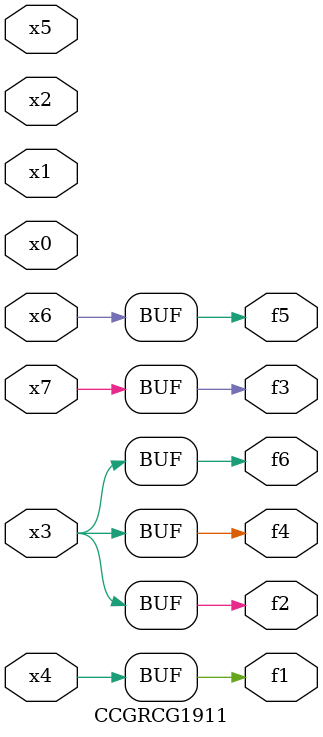
<source format=v>
module CCGRCG1911(
	input x0, x1, x2, x3, x4, x5, x6, x7,
	output f1, f2, f3, f4, f5, f6
);
	assign f1 = x4;
	assign f2 = x3;
	assign f3 = x7;
	assign f4 = x3;
	assign f5 = x6;
	assign f6 = x3;
endmodule

</source>
